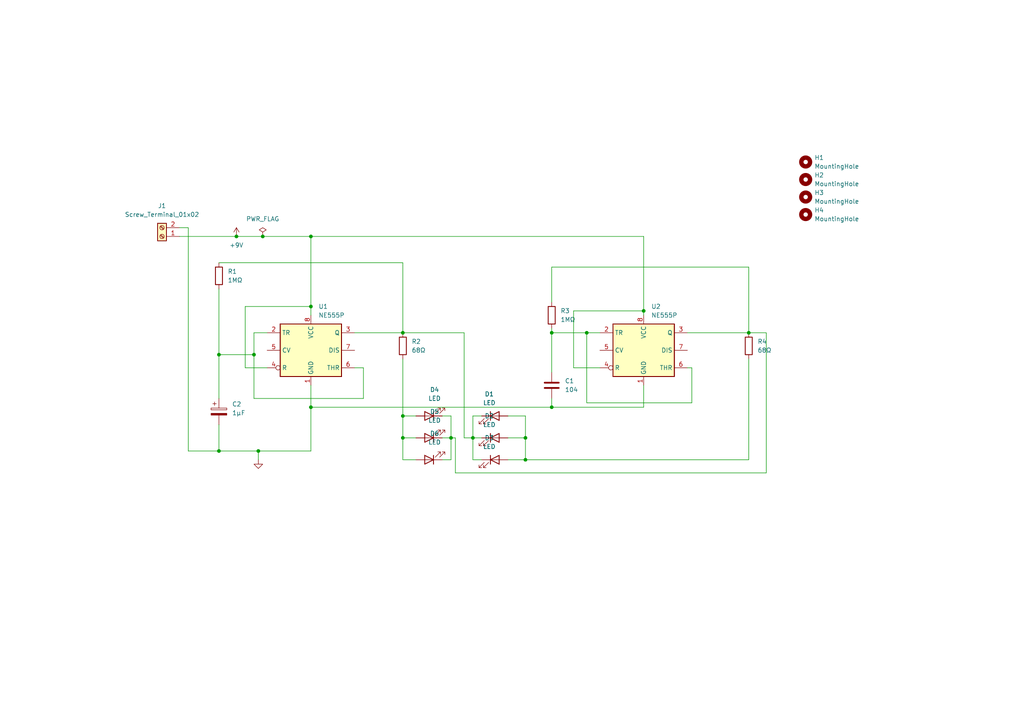
<source format=kicad_sch>
(kicad_sch (version 20230121) (generator eeschema)
  (paper "A4")
  (title_block (title "Trainee") (date "2024-01-14") (company "EDROM") (comment 1 "Pedro Henrique Bohling Peres"))
  (lib_symbols
    (symbol "Connector:Screw_Terminal_01x02" (pin_names (offset 1.016) hide)
      (property "Reference" "J" (at 0 2.54 0))
      (property "Value" "Screw_Terminal_01x02" (at 0 -5.08 0))
      (symbol "Screw_Terminal_01x02_1_1"
        (rectangle (start -1.27 1.27) (end 1.27 -3.81) (stroke (width 0.254)) (fill (type background)))
        (circle (center 0 -2.54) (radius 0.635) (stroke (width 0.1524)))
        (polyline (pts (xy -0.5334 -2.2098) (xy 0.3302 -3.048)) (stroke (width 0.1524)))
        (polyline (pts (xy -0.5334 0.3302) (xy 0.3302 -0.508)) (stroke (width 0.1524)))
        (polyline (pts (xy -0.3556 -2.032) (xy 0.508 -2.8702)) (stroke (width 0.1524)))
        (polyline (pts (xy -0.3556 0.508) (xy 0.508 -0.3302)) (stroke (width 0.1524)))
        (circle (center 0 0) (radius 0.635) (stroke (width 0.1524)))
        (pin passive line (at -5.08 0 0) (length 3.81) (name "Pin_1") (number "1"))
        (pin passive line (at -5.08 -2.54 0) (length 3.81) (name "Pin_2") (number "2"))
      )
    )
    (symbol "Device:C" (pin_numbers hide) (pin_names (offset 0.254))
      (property "Reference" "C" (at 0.635 2.54 0))
      (property "Value" "C" (at 0.635 -2.54 0))
      (symbol "C_0_1"
        (polyline (pts (xy -2.032 -0.762) (xy 2.032 -0.762)) (stroke (width 0.508)))
        (polyline (pts (xy -2.032 0.762) (xy 2.032 0.762)) (stroke (width 0.508)))
      )
      (symbol "C_1_1"
        (pin passive line (at 0 3.81 270) (length 2.794) (name "~") (number "1"))
        (pin passive line (at 0 -3.81 90) (length 2.794) (name "~") (number "2"))
      )
    )
    (symbol "Device:C_Polarized" (pin_numbers hide) (pin_names (offset 0.254))
      (property "Reference" "C" (at 0.635 2.54 0))
      (property "Value" "C_Polarized" (at 0.635 -2.54 0))
      (symbol "C_Polarized_0_1"
        (rectangle (start -2.286 0.508) (end 2.286 1.016))
        (polyline (pts (xy -1.778 2.286) (xy -0.762 2.286)))
        (polyline (pts (xy -1.27 2.794) (xy -1.27 1.778)))
        (rectangle (start 2.286 -0.508) (end -2.286 -1.016) (fill (type outline)))
      )
      (symbol "C_Polarized_1_1"
        (pin passive line (at 0 3.81 270) (length 2.794) (name "~") (number "1"))
        (pin passive line (at 0 -3.81 90) (length 2.794) (name "~") (number "2"))
      )
    )
    (symbol "Device:LED" (pin_numbers hide) (pin_names (offset 1.016) hide)
      (property "Reference" "D" (at 0 2.54 0))
      (property "Value" "LED" (at 0 -2.54 0))
      (symbol "LED_0_1"
        (polyline (pts (xy -1.27 -1.27) (xy -1.27 1.27)) (stroke (width 0.254)))
        (polyline (pts (xy -1.27 0) (xy 1.27 0)))
        (polyline (pts (xy 1.27 -1.27) (xy 1.27 1.27) (xy -1.27 0) (xy 1.27 -1.27)) (stroke (width 0.254)))
        (polyline (pts (xy -3.048 -0.762) (xy -4.572 -2.286) (xy -3.81 -2.286) (xy -4.572 -2.286) (xy -4.572 -1.524)))
        (polyline (pts (xy -1.778 -0.762) (xy -3.302 -2.286) (xy -2.54 -2.286) (xy -3.302 -2.286) (xy -3.302 -1.524)))
      )
      (symbol "LED_1_1"
        (pin passive line (at -3.81 0 0) (length 2.54) (name "K") (number "1"))
        (pin passive line (at 3.81 0 180) (length 2.54) (name "A") (number "2"))
      )
    )
    (symbol "Device:R" (pin_numbers hide) (pin_names (offset 0))
      (property "Reference" "R" (at 2.032 0 90))
      (property "Value" "R" (at 0 0 90))
      (symbol "R_0_1"
        (rectangle (start -1.016 -2.54) (end 1.016 2.54) (stroke (width 0.254)))
      )
      (symbol "R_1_1"
        (pin passive line (at 0 3.81 270) (length 1.27) (name "~") (number "1"))
        (pin passive line (at 0 -3.81 90) (length 1.27) (name "~") (number "2"))
      )
    )
    (symbol "Mechanical:MountingHole" (pin_names (offset 1.016))
      (property "Reference" "H" (at 0 5.08 0))
      (property "Value" "MountingHole" (at 0 3.175 0))
      (symbol "MountingHole_0_1"
        (circle (center 0 0) (radius 1.27) (stroke (width 1.27)))
      )
    )
    (symbol "Timer:NE555P"
      (property "Reference" "U" (at -10.16 8.89 0))
      (property "Value" "NE555P" (at 2.54 8.89 0))
      (symbol "NE555P_0_0"
        (pin power_in line (at 0 -10.16 90) (length 2.54) (name "GND") (number "1"))
        (pin power_in line (at 0 10.16 270) (length 2.54) (name "VCC") (number "8"))
      )
      (symbol "NE555P_0_1"
        (rectangle (start -8.89 -7.62) (end 8.89 7.62) (stroke (width 0.254)) (fill (type background)))
        (rectangle (start -8.89 -7.62) (end 8.89 7.62) (stroke (width 0.254)) (fill (type background)))
      )
      (symbol "NE555P_1_1"
        (pin input line (at -12.7 5.08 0) (length 3.81) (name "TR") (number "2"))
        (pin output line (at 12.7 5.08 180) (length 3.81) (name "Q") (number "3"))
        (pin input inverted (at -12.7 -5.08 0) (length 3.81) (name "R") (number "4"))
        (pin input line (at -12.7 0 0) (length 3.81) (name "CV") (number "5"))
        (pin input line (at 12.7 -5.08 180) (length 3.81) (name "THR") (number "6"))
        (pin input line (at 12.7 0 180) (length 3.81) (name "DIS") (number "7"))
      )
    )
    (symbol "power:+9V" (power) (pin_names (offset 0))
      (property "Value" "+9V" (at 0 3.556 0))
      (symbol "+9V_0_1"
        (polyline (pts (xy -0.762 1.27) (xy 0 2.54)))
        (polyline (pts (xy 0 0) (xy 0 2.54)))
        (polyline (pts (xy 0 2.54) (xy 0.762 1.27)))
      )
      (symbol "+9V_1_1"
        (pin power_in line (at 0 0 90) (length 0) hide (name "+9V") (number "1"))
      )
    )
    (symbol "power:GND" (power) (pin_names (offset 0))
      (property "Value" "GND" (at 0 -3.81 0))
      (symbol "GND_0_1"
        (polyline (pts (xy 0 0) (xy 0 -1.27) (xy 1.27 -1.27) (xy 0 -2.54) (xy -1.27 -1.27) (xy 0 -1.27)))
      )
      (symbol "GND_1_1"
        (pin power_in line (at 0 0 270) (length 0) hide (name "GND") (number "1"))
      )
    )
    (symbol "power:PWR_FLAG" (power) (pin_numbers hide) (pin_names (offset 0) hide)
      (property "Value" "PWR_FLAG" (at 0 3.81 0))
      (symbol "PWR_FLAG_0_0"
        (pin power_out line (at 0 0 90) (length 0) (name "pwr") (number "1"))
      )
      (symbol "PWR_FLAG_0_1"
        (polyline (pts (xy 0 0) (xy 0 1.27) (xy -1.016 1.905) (xy 0 2.54) (xy 1.016 1.905) (xy 0 1.27)))
      )
    )
  )
  (junction (at 152.4 127))
  (junction (at 63.5 130.81))
  (junction (at 160.02 118.11))
  (junction (at 74.93 130.81))
  (junction (at 130.81 127))
  (junction (at 170.18 96.52))
  (junction (at 116.84 96.52))
  (junction (at 160.02 96.52))
  (junction (at 63.5 102.87))
  (junction (at 90.17 118.11))
  (junction (at 76.2 68.58))
  (junction (at 116.84 127))
  (junction (at 186.69 90.17))
  (junction (at 137.16 127))
  (junction (at 90.17 88.9))
  (junction (at 90.17 68.58))
  (junction (at 68.58 68.58))
  (junction (at 217.17 96.52))
  (junction (at 152.4 133.35))
  (junction (at 116.84 120.65))
  (junction (at 73.66 102.87))
  (wire (pts (xy 63.5 130.81) (xy 74.93 130.81)))
  (wire (pts (xy 128.27 127) (xy 130.81 127)))
  (wire (pts (xy 116.84 96.52) (xy 134.62 96.52)))
  (wire (pts (xy 130.81 127) (xy 130.81 133.35)))
  (wire (pts (xy 170.18 96.52) (xy 170.18 116.84)))
  (wire (pts (xy 74.93 133.35) (xy 74.93 130.81)))
  (wire (pts (xy 139.7 120.65) (xy 137.16 120.65)))
  (wire (pts (xy 63.5 102.87) (xy 73.66 102.87)))
  (wire (pts (xy 166.37 106.68) (xy 166.37 90.17)))
  (wire (pts (xy 71.12 106.68) (xy 77.47 106.68)))
  (wire (pts (xy 132.08 127) (xy 130.81 127)))
  (wire (pts (xy 52.07 66.04) (xy 54.61 66.04)))
  (wire (pts (xy 74.93 130.81) (xy 90.17 130.81)))
  (wire (pts (xy 116.84 76.2) (xy 116.84 96.52)))
  (wire (pts (xy 134.62 96.52) (xy 134.62 127)))
  (wire (pts (xy 147.32 127) (xy 152.4 127)))
  (wire (pts (xy 128.27 133.35) (xy 130.81 133.35)))
  (wire (pts (xy 137.16 127) (xy 139.7 127)))
  (wire (pts (xy 90.17 118.11) (xy 160.02 118.11)))
  (wire (pts (xy 160.02 115.57) (xy 160.02 118.11)))
  (wire (pts (xy 222.25 96.52) (xy 222.25 137.16)))
  (wire (pts (xy 217.17 133.35) (xy 152.4 133.35)))
  (wire (pts (xy 76.2 68.58) (xy 90.17 68.58)))
  (wire (pts (xy 137.16 127) (xy 137.16 133.35)))
  (wire (pts (xy 170.18 96.52) (xy 173.99 96.52)))
  (wire (pts (xy 73.66 115.57) (xy 105.41 115.57)))
  (wire (pts (xy 116.84 104.14) (xy 116.84 120.65)))
  (wire (pts (xy 199.39 96.52) (xy 217.17 96.52)))
  (wire (pts (xy 186.69 111.76) (xy 186.69 118.11)))
  (wire (pts (xy 116.84 120.65) (xy 120.65 120.65)))
  (wire (pts (xy 160.02 95.25) (xy 160.02 96.52)))
  (wire (pts (xy 90.17 130.81) (xy 90.17 118.11)))
  (wire (pts (xy 200.66 116.84) (xy 200.66 106.68)))
  (wire (pts (xy 160.02 87.63) (xy 160.02 77.47)))
  (wire (pts (xy 170.18 116.84) (xy 200.66 116.84)))
  (wire (pts (xy 63.5 123.19) (xy 63.5 130.81)))
  (wire (pts (xy 102.87 96.52) (xy 116.84 96.52)))
  (wire (pts (xy 186.69 90.17) (xy 186.69 91.44)))
  (wire (pts (xy 77.47 96.52) (xy 73.66 96.52)))
  (wire (pts (xy 52.07 68.58) (xy 68.58 68.58)))
  (wire (pts (xy 116.84 120.65) (xy 116.84 127)))
  (wire (pts (xy 166.37 90.17) (xy 186.69 90.17)))
  (wire (pts (xy 160.02 96.52) (xy 160.02 107.95)))
  (wire (pts (xy 160.02 118.11) (xy 186.69 118.11)))
  (wire (pts (xy 90.17 91.44) (xy 90.17 88.9)))
  (wire (pts (xy 152.4 133.35) (xy 147.32 133.35)))
  (wire (pts (xy 68.58 68.58) (xy 76.2 68.58)))
  (wire (pts (xy 90.17 68.58) (xy 90.17 88.9)))
  (wire (pts (xy 160.02 77.47) (xy 217.17 77.47)))
  (wire (pts (xy 173.99 106.68) (xy 166.37 106.68)))
  (wire (pts (xy 132.08 137.16) (xy 132.08 127)))
  (wire (pts (xy 147.32 120.65) (xy 152.4 120.65)))
  (wire (pts (xy 186.69 68.58) (xy 186.69 90.17)))
  (wire (pts (xy 217.17 77.47) (xy 217.17 96.52)))
  (wire (pts (xy 152.4 120.65) (xy 152.4 127)))
  (wire (pts (xy 54.61 130.81) (xy 63.5 130.81)))
  (wire (pts (xy 128.27 120.65) (xy 130.81 120.65)))
  (wire (pts (xy 90.17 118.11) (xy 90.17 111.76)))
  (wire (pts (xy 105.41 115.57) (xy 105.41 106.68)))
  (wire (pts (xy 54.61 66.04) (xy 54.61 130.81)))
  (wire (pts (xy 73.66 96.52) (xy 73.66 102.87)))
  (wire (pts (xy 217.17 104.14) (xy 217.17 133.35)))
  (wire (pts (xy 73.66 102.87) (xy 73.66 115.57)))
  (wire (pts (xy 137.16 120.65) (xy 137.16 127)))
  (wire (pts (xy 160.02 96.52) (xy 170.18 96.52)))
  (wire (pts (xy 222.25 137.16) (xy 132.08 137.16)))
  (wire (pts (xy 137.16 133.35) (xy 139.7 133.35)))
  (wire (pts (xy 152.4 127) (xy 152.4 133.35)))
  (wire (pts (xy 116.84 127) (xy 116.84 133.35)))
  (wire (pts (xy 130.81 120.65) (xy 130.81 127)))
  (wire (pts (xy 116.84 133.35) (xy 120.65 133.35)))
  (wire (pts (xy 71.12 88.9) (xy 90.17 88.9)))
  (wire (pts (xy 63.5 102.87) (xy 63.5 115.57)))
  (wire (pts (xy 90.17 68.58) (xy 186.69 68.58)))
  (wire (pts (xy 134.62 127) (xy 137.16 127)))
  (wire (pts (xy 116.84 127) (xy 120.65 127)))
  (wire (pts (xy 217.17 96.52) (xy 222.25 96.52)))
  (wire (pts (xy 63.5 83.82) (xy 63.5 102.87)))
  (wire (pts (xy 63.5 76.2) (xy 116.84 76.2)))
  (wire (pts (xy 200.66 106.68) (xy 199.39 106.68)))
  (wire (pts (xy 105.41 106.68) (xy 102.87 106.68)))
  (wire (pts (xy 71.12 88.9) (xy 71.12 106.68)))
  (symbol (lib_id "Device:LED") (at 143.51 133.35 0) (unit 1)
    (property "Reference" "D3" (at 141.9225 127 0))
    (property "Value" "LED" (at 141.9225 129.54 0))
    (property "Footprint" "LED_THT:LED_D5.0mm" (effects hide))
  )
  (symbol (lib_id "Device:LED") (at 124.46 133.35 180) (unit 1)
    (property "Reference" "D6" (at 126.0475 125.73 0))
    (property "Value" "LED" (at 126.0475 128.27 0))
    (property "Footprint" "LED_THT:LED_D5.0mm" (effects hide))
  )
  (symbol (lib_id "Device:C_Polarized") (at 63.5 119.38 0) (unit 1)
    (property "Reference" "C2" (at 67.31 117.221 0) (effects (justify left)))
    (property "Value" "1µF" (at 67.31 119.761 0) (effects (justify left)))
    (property "Footprint" "Capacitor_THT:CP_Radial_D4.0mm_P2.00mm" (effects hide))
  )
  (symbol (lib_id "Mechanical:MountingHole") (at 233.68 46.99 0) (unit 1)
    (property "Reference" "H1" (at 236.22 45.72 0) (effects (justify left)))
    (property "Value" "MountingHole" (at 236.22 48.26 0) (effects (justify left)))
    (property "Footprint" "MountingHole:MountingHole_2.5mm_Pad" (effects hide))
  )
  (symbol (lib_id "Device:R") (at 160.02 91.44 180) (unit 1)
    (property "Reference" "R3" (at 162.56 90.17 0) (effects (justify right)))
    (property "Value" "1MΩ" (at 162.56 92.71 0) (effects (justify right)))
    (property "Footprint" "Resistor_THT:R_Axial_DIN0204_L3.6mm_D1.6mm_P7.62mm_Horizontal" (effects hide))
  )
  (symbol (lib_id "Device:R") (at 63.5 80.01 180) (unit 1)
    (property "Reference" "R1" (at 66.04 78.74 0) (effects (justify right)))
    (property "Value" "1MΩ" (at 66.04 81.28 0) (effects (justify right)))
    (property "Footprint" "Resistor_THT:R_Axial_DIN0204_L3.6mm_D1.6mm_P7.62mm_Horizontal" (effects hide))
  )
  (symbol (lib_id "Mechanical:MountingHole") (at 233.68 52.07 0) (unit 1)
    (property "Reference" "H2" (at 236.22 50.8 0) (effects (justify left)))
    (property "Value" "MountingHole" (at 236.22 53.34 0) (effects (justify left)))
    (property "Footprint" "MountingHole:MountingHole_2.5mm_Pad" (effects hide))
  )
  (symbol (lib_id "Device:LED") (at 143.51 127 0) (unit 1)
    (property "Reference" "D2" (at 141.9225 120.65 0))
    (property "Value" "LED" (at 141.9225 123.19 0))
    (property "Footprint" "LED_THT:LED_D5.0mm" (effects hide))
  )
  (symbol (lib_id "Mechanical:MountingHole") (at 233.68 62.23 0) (unit 1)
    (property "Reference" "H4" (at 236.22 60.96 0) (effects (justify left)))
    (property "Value" "MountingHole" (at 236.22 63.5 0) (effects (justify left)))
    (property "Footprint" "MountingHole:MountingHole_2.5mm_Pad" (effects hide))
  )
  (symbol (lib_id "Device:LED") (at 124.46 127 180) (unit 1)
    (property "Reference" "D5" (at 126.0475 119.38 0))
    (property "Value" "LED" (at 126.0475 121.92 0))
    (property "Footprint" "LED_THT:LED_D5.0mm" (effects hide))
  )
  (symbol (lib_id "power:PWR_FLAG") (at 76.2 68.58 0) (unit 1)
    (property "Reference" "#FLG01" (effects hide))
    (property "Value" "PWR_FLAG" (at 76.2 63.5 0))
  )
  (symbol (lib_id "Timer:NE555P") (at 186.69 101.6 0) (unit 1)
    (property "Reference" "U2" (at 188.8841 88.9 0) (effects (justify left)))
    (property "Value" "NE555P" (at 188.8841 91.44 0) (effects (justify left)))
    (property "Footprint" "Package_DIP:DIP-8_W7.62mm" (effects hide))
    (property "Datasheet" "http://www.ti.com/lit/ds/symlink/ne555.pdf" (effects hide))
  )
  (symbol (lib_id "Timer:NE555P") (at 90.17 101.6 0) (unit 1)
    (property "Reference" "U1" (at 92.3641 88.9 0) (effects (justify left)))
    (property "Value" "NE555P" (at 92.3641 91.44 0) (effects (justify left)))
    (property "Footprint" "Package_DIP:DIP-8_W7.62mm" (effects hide))
    (property "Datasheet" "http://www.ti.com/lit/ds/symlink/ne555.pdf" (effects hide))
  )
  (symbol (lib_id "power:+9V") (at 68.58 68.58 0) (unit 1)
    (property "Reference" "#PWR01" (effects hide))
    (property "Value" "+9V" (at 68.58 71.12 0))
  )
  (symbol (lib_id "Device:C") (at 160.02 111.76 0) (unit 1)
    (property "Reference" "C1" (at 163.83 110.49 0) (effects (justify left)))
    (property "Value" "104" (at 163.83 113.03 0) (effects (justify left)))
    (property "Footprint" "Capacitor_THT:C_Disc_D3.4mm_W2.1mm_P2.50mm" (effects hide))
  )
  (symbol (lib_id "Device:LED") (at 124.46 120.65 180) (unit 1)
    (property "Reference" "D4" (at 126.0475 113.03 0))
    (property "Value" "LED" (at 126.0475 115.57 0))
    (property "Footprint" "LED_THT:LED_D5.0mm" (effects hide))
  )
  (symbol (lib_id "power:GND") (at 74.93 133.35 0) (unit 1)
    (property "Reference" "#PWR02" (effects hide))
    (property "Value" "GND" (effects hide))
  )
  (symbol (lib_id "Device:R") (at 217.17 100.33 180) (unit 1)
    (property "Reference" "R4" (at 219.71 99.06 0) (effects (justify right)))
    (property "Value" "68Ω" (at 219.71 101.6 0) (effects (justify right)))
    (property "Footprint" "Resistor_THT:R_Axial_DIN0204_L3.6mm_D1.6mm_P7.62mm_Horizontal" (effects hide))
  )
  (symbol (lib_id "Connector:Screw_Terminal_01x02") (at 46.99 68.58 180) (unit 1)
    (property "Reference" "J1" (at 46.99 59.69 0))
    (property "Value" "Screw_Terminal_01x02" (at 46.99 62.23 0))
    (property "Footprint" "TerminalBlock:TerminalBlock_bornier-2_P5.08mm" (effects hide))
  )
  (symbol (lib_id "Mechanical:MountingHole") (at 233.68 57.15 0) (unit 1)
    (property "Reference" "H3" (at 236.22 55.88 0) (effects (justify left)))
    (property "Value" "MountingHole" (at 236.22 58.42 0) (effects (justify left)))
    (property "Footprint" "MountingHole:MountingHole_2.5mm_Pad" (effects hide))
  )
  (symbol (lib_id "Device:R") (at 116.84 100.33 180) (unit 1)
    (property "Reference" "R2" (at 119.38 99.06 0) (effects (justify right)))
    (property "Value" "68Ω" (at 119.38 101.6 0) (effects (justify right)))
    (property "Footprint" "Resistor_THT:R_Axial_DIN0204_L3.6mm_D1.6mm_P7.62mm_Horizontal" (effects hide))
  )
  (symbol (lib_id "Device:LED") (at 143.51 120.65 0) (unit 1)
    (property "Reference" "D1" (at 141.9225 114.3 0))
    (property "Value" "LED" (at 141.9225 116.84 0))
    (property "Footprint" "LED_THT:LED_D5.0mm" (effects hide))
  )
)
</source>
